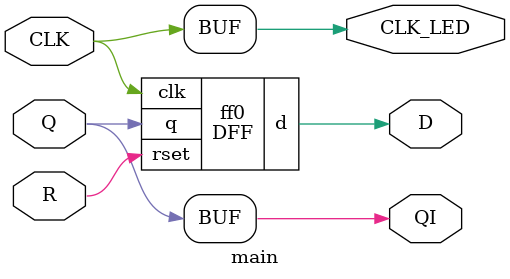
<source format=v>
`timescale 1ns / 1ps


module DFF(d,q,clk,rset);

    output d;
    input q, clk, rset;

    reg d;

    always @(posedge clk or posedge rset)
        if (rset)
            d<= 0;
      
        else
            d <= q;
            

endmodule

module main(D, QI, CLK_LED ,Q, CLK, R);
    output D, QI, CLK_LED;
    input Q, CLK, R;
  
    reg QI, CLK_LED;
  
    always
    begin
        QI <= Q;
        CLK_LED <= CLK;
    end
    
    DFF ff0(D, Q, CLK, R);
    
endmodule

</source>
